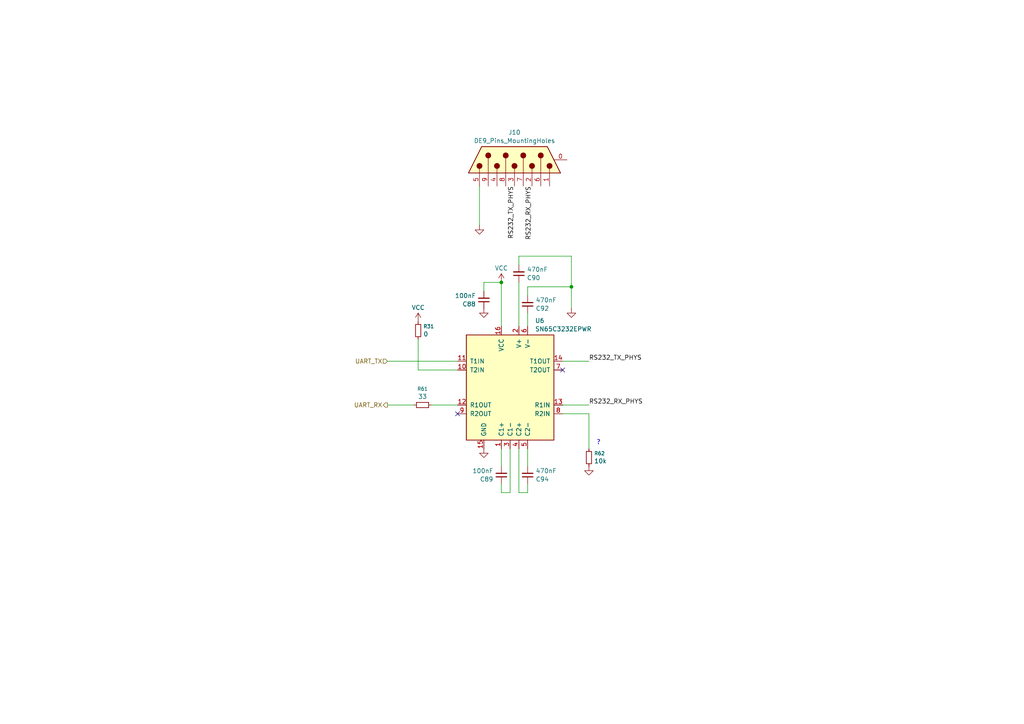
<source format=kicad_sch>
(kicad_sch (version 20250114) (generator "eeschema") (generator_version "9.0")
  (paper "A4")
  (lib_symbols
    (symbol "Connector:DE9_Pins_MountingHoles" (pin_names (offset 1.016) (hide yes))
      (property "Reference" "J" (at 0 16.51 0))
      (property "Value" "DE9_Pins_MountingHoles" (at 0 14.605 0))
      (symbol "DE9_Pins_MountingHoles_0_1"
        (polyline (pts (xy -3.81 10.16) (xy -2.54 10.16)))
        (polyline (pts (xy -3.81 7.62) (xy 0.508 7.62)))
        (polyline (pts (xy -3.81 5.08) (xy -2.54 5.08)))
        (polyline (pts (xy -3.81 2.54) (xy 0.508 2.54)))
        (polyline (pts (xy -3.81 0) (xy -2.54 0)))
        (polyline (pts (xy -3.81 -2.54) (xy 0.508 -2.54)))
        (polyline (pts (xy -3.81 -5.08) (xy -2.54 -5.08)))
        (polyline (pts (xy -3.81 -7.62) (xy 0.508 -7.62)))
        (polyline (pts (xy -3.81 -10.16) (xy -2.54 -10.16)))
        (polyline (pts (xy -3.81 -13.335) (xy -3.81 13.335) (xy 3.81 9.525) (xy 3.81 -9.525) (xy -3.81 -13.335)) (stroke (width 0.254)) (fill (type background)))
        (circle (center -1.778 10.16) (radius 0.762) (fill (type outline)))
        (circle (center -1.778 5.08) (radius 0.762) (fill (type outline)))
        (circle (center -1.778 0) (radius 0.762) (fill (type outline)))
        (circle (center -1.778 -5.08) (radius 0.762) (fill (type outline)))
        (circle (center -1.778 -10.16) (radius 0.762) (fill (type outline)))
        (circle (center 1.27 7.62) (radius 0.762) (fill (type outline)))
        (circle (center 1.27 2.54) (radius 0.762) (fill (type outline)))
        (circle (center 1.27 -2.54) (radius 0.762) (fill (type outline)))
        (circle (center 1.27 -7.62) (radius 0.762) (fill (type outline)))
      )
      (symbol "DE9_Pins_MountingHoles_1_1"
        (pin passive line (at -7.62 10.16 0) (length 3.81) (name "5") (number "5"))
        (pin passive line (at -7.62 7.62 0) (length 3.81) (name "9") (number "9"))
        (pin passive line (at -7.62 5.08 0) (length 3.81) (name "4") (number "4"))
        (pin passive line (at -7.62 2.54 0) (length 3.81) (name "8") (number "8"))
        (pin passive line (at -7.62 0 0) (length 3.81) (name "3") (number "3"))
        (pin passive line (at -7.62 -2.54 0) (length 3.81) (name "7") (number "7"))
        (pin passive line (at -7.62 -5.08 0) (length 3.81) (name "2") (number "2"))
        (pin passive line (at -7.62 -7.62 0) (length 3.81) (name "6") (number "6"))
        (pin passive line (at -7.62 -10.16 0) (length 3.81) (name "1") (number "1"))
        (pin passive line (at 0 -15.24 90) (length 3.81) (name "PAD") (number "0"))
      )
    )
    (symbol "Device:C_Small" (pin_numbers (hide yes)) (pin_names (offset 0.254) (hide yes))
      (property "Reference" "C" (at 0.254 1.778 0))
      (property "Value" "C_Small" (at 0.254 -2.032 0))
      (symbol "C_Small_0_1"
        (polyline (pts (xy -1.524 0.508) (xy 1.524 0.508)) (stroke (width 0.3048)))
        (polyline (pts (xy -1.524 -0.508) (xy 1.524 -0.508)) (stroke (width 0.3302)))
      )
      (symbol "C_Small_1_1"
        (pin passive line (at 0 2.54 270) (length 2.032) (name "~") (number "1"))
        (pin passive line (at 0 -2.54 90) (length 2.032) (name "~") (number "2"))
      )
    )
    (symbol "Device:R_Small" (pin_numbers (hide yes)) (pin_names (offset 0.254) (hide yes))
      (property "Reference" "R" (at 0 0 90))
      (property "Value" "R_Small" (at 1.778 0 90))
      (symbol "R_Small_0_1"
        (rectangle (start -0.762 1.778) (end 0.762 -1.778) (stroke (width 0.2032)))
      )
      (symbol "R_Small_1_1"
        (pin passive line (at 0 2.54 270) (length 0.762) (name "~") (number "1"))
        (pin passive line (at 0 -2.54 90) (length 0.762) (name "~") (number "2"))
      )
    )
    (symbol "ft2232h_uarts1:SN65C3232EPWR" (pin_names (offset 1.016))
      (property "Reference" "U" (at -10.16 17.78 0))
      (property "Value" "SN65C3232EPWR" (at 1.27 17.78 0))
      (symbol "SN65C3232EPWR_0_1"
        (rectangle (start -12.7 15.24) (end 12.7 -15.24) (stroke (width 0.254)) (fill (type background)))
      )
      (symbol "SN65C3232EPWR_1_1"
        (pin input line (at -15.24 7.62 0) (length 2.54) (name "T1IN") (number "11"))
        (pin input line (at -15.24 5.08 0) (length 2.54) (name "T2IN") (number "10"))
        (pin output line (at -15.24 -5.08 0) (length 2.54) (name "R1OUT") (number "12"))
        (pin output line (at -15.24 -7.62 0) (length 2.54) (name "R2OUT") (number "9"))
        (pin power_in line (at -7.62 -17.78 90) (length 2.54) (name "GND") (number "15"))
        (pin power_in line (at -2.54 17.78 270) (length 2.54) (name "VCC") (number "16"))
        (pin power_in line (at -2.54 -17.78 90) (length 2.54) (name "C1+") (number "1"))
        (pin power_in line (at 0 -17.78 90) (length 2.54) (name "C1-") (number "3"))
        (pin passive line (at 2.54 17.78 270) (length 2.54) (name "V+") (number "2"))
        (pin power_in line (at 2.54 -17.78 90) (length 2.54) (name "C2+") (number "4"))
        (pin passive line (at 5.08 17.78 270) (length 2.54) (name "V-") (number "6"))
        (pin power_in line (at 5.08 -17.78 90) (length 2.54) (name "C2-") (number "5"))
        (pin output line (at 15.24 7.62 180) (length 2.54) (name "T1OUT") (number "14"))
        (pin output line (at 15.24 5.08 180) (length 2.54) (name "T2OUT") (number "7"))
        (pin input line (at 15.24 -5.08 180) (length 2.54) (name "R1IN") (number "13"))
        (pin input line (at 15.24 -7.62 180) (length 2.54) (name "R2IN") (number "8"))
      )
    )
    (symbol "power:GND" (power) (pin_numbers (hide yes)) (pin_names (offset 0) (hide yes))
      (property "Value" "GND" (at 0 -3.81 0))
      (symbol "GND_0_1"
        (polyline (pts (xy 0 0) (xy 0 -1.27) (xy 1.27 -1.27) (xy 0 -2.54) (xy -1.27 -1.27) (xy 0 -1.27)))
      )
      (symbol "GND_1_1"
        (pin power_in line (at 0 0 270) (length 0) (name "~") (number "1"))
      )
    )
    (symbol "power:VCC" (power) (pin_numbers (hide yes)) (pin_names (offset 0) (hide yes))
      (property "Value" "VCC" (at 0 3.556 0))
      (symbol "VCC_0_1"
        (polyline (pts (xy -0.762 1.27) (xy 0 2.54)))
        (polyline (pts (xy 0 2.54) (xy 0.762 1.27)))
        (polyline (pts (xy 0 0) (xy 0 2.54)))
      )
      (symbol "VCC_1_1"
        (pin power_in line (at 0 0 90) (length 0) (name "~") (number "1"))
      )
    )
  )
  (text "?" (at 173.609 128.397 0) (effects (font (size 1.27 1.27))))
  (junction (at 165.735 83.185))
  (junction (at 145.415 81.915))
  (no_connect (at 163.195 107.315))
  (no_connect (at 132.715 120.015))
  (wire (pts (xy 132.715 107.315) (xy 121.285 107.315)))
  (wire (pts (xy 153.035 85.725) (xy 153.035 83.185)))
  (wire (pts (xy 147.955 142.875) (xy 145.415 142.875)))
  (wire (pts (xy 150.495 142.875) (xy 150.495 130.175)))
  (wire (pts (xy 125.095 117.475) (xy 132.715 117.475)))
  (wire (pts (xy 121.285 107.315) (xy 121.285 98.425)))
  (wire (pts (xy 145.415 140.335) (xy 145.415 142.875)))
  (wire (pts (xy 150.495 74.295) (xy 165.735 74.295)))
  (wire (pts (xy 165.735 83.185) (xy 165.735 89.535)))
  (wire (pts (xy 153.035 130.175) (xy 153.035 135.255)))
  (wire (pts (xy 165.735 74.295) (xy 165.735 83.185)))
  (wire (pts (xy 112.395 117.475) (xy 120.015 117.475)))
  (wire (pts (xy 153.035 140.335) (xy 153.035 142.875)))
  (wire (pts (xy 153.035 142.875) (xy 150.495 142.875)))
  (wire (pts (xy 112.395 104.775) (xy 132.715 104.775)))
  (wire (pts (xy 140.335 84.455) (xy 140.335 81.915)))
  (wire (pts (xy 153.035 90.805) (xy 153.035 94.615)))
  (wire (pts (xy 145.415 130.175) (xy 145.415 135.255)))
  (wire (pts (xy 147.955 130.175) (xy 147.955 142.875)))
  (wire (pts (xy 150.495 81.915) (xy 150.495 94.615)))
  (wire (pts (xy 170.815 120.015) (xy 170.815 130.175)))
  (wire (pts (xy 145.415 81.915) (xy 145.415 94.615)))
  (wire (pts (xy 163.195 104.775) (xy 170.815 104.775)))
  (wire (pts (xy 153.035 83.185) (xy 165.735 83.185)))
  (wire (pts (xy 163.195 120.015) (xy 170.815 120.015)))
  (wire (pts (xy 150.495 76.835) (xy 150.495 74.295)))
  (wire (pts (xy 140.335 81.915) (xy 145.415 81.915)))
  (wire (pts (xy 139.065 65.405) (xy 139.065 53.975)))
  (wire (pts (xy 163.195 117.475) (xy 170.815 117.475)))
  (label "RS232_RX_PHYS" (at 170.815 117.475 0))
  (label "RS232_TX_PHYS" (at 149.225 53.975 270))
  (label "RS232_RX_PHYS" (at 154.305 53.975 270))
  (label "RS232_TX_PHYS" (at 170.815 104.775 0))
  (hierarchical_label "UART_TX" (shape input) (at 112.395 104.775 180))
  (hierarchical_label "UART_RX" (shape output) (at 112.395 117.475 180))
  (symbol (lib_id "Device:R_Small") (at 170.815 132.715 180) (unit 1)
    (property "Reference" "R62" (at 172.3136 131.5028 0) (effects (font (size 1.016 1.016)) (justify right)))
    (property "Value" "10k" (at 172.3136 133.7227 0) (effects (justify right)))
    (property "Footprint" "Resistor_SMD:R_0603_1608Metric" (effects (hide yes)))
    (property "Description" "Resistor, small symbol" (effects (hide yes)))
  )
  (symbol (lib_id "power:GND") (at 165.735 89.535 0) (unit 1)
    (property "Reference" "#PWR0128" (effects (hide yes)))
    (property "Value" "GND" (effects (hide yes)))
    (property "Description" "Power symbol creates a global label with name \"GND\" , ground" (effects (hide yes)))
  )
  (symbol (lib_id "Device:C_Small") (at 140.335 86.995 180) (unit 1)
    (property "Reference" "C88" (at 138.0109 88.2009 0) (effects (justify left)))
    (property "Value" "100nF" (at 138.0109 85.7766 0) (effects (justify left)))
    (property "Footprint" "Capacitor_SMD:C_0603_1608Metric" (effects (hide yes)))
    (property "Description" "Unpolarized capacitor, small symbol" (effects (hide yes)))
  )
  (symbol (lib_id "power:VCC") (at 121.285 93.345 0) (unit 1)
    (property "Reference" "#PWR0102" (effects (hide yes)))
    (property "Value" "VCC" (at 121.285 89.2119 0))
    (property "Description" "Power symbol creates a global label with name \"VCC\"" (effects (hide yes)))
  )
  (symbol (lib_id "power:GND") (at 139.065 65.405 0) (unit 1)
    (property "Reference" "#PWR0129" (effects (hide yes)))
    (property "Value" "GND" (effects (hide yes)))
    (property "Description" "Power symbol creates a global label with name \"GND\" , ground" (effects (hide yes)))
  )
  (symbol (lib_id "power:VCC") (at 145.415 81.915 0) (unit 1)
    (property "Reference" "#PWR0107" (effects (hide yes)))
    (property "Value" "VCC" (at 145.415 77.7819 0))
    (property "Description" "Power symbol creates a global label with name \"VCC\"" (effects (hide yes)))
  )
  (symbol (lib_id "Device:C_Small") (at 145.415 137.795 180) (unit 1)
    (property "Reference" "C89" (at 143.0909 139.0009 0) (effects (justify left)))
    (property "Value" "100nF" (at 143.0909 136.5766 0) (effects (justify left)))
    (property "Footprint" "Capacitor_SMD:C_0603_1608Metric" (effects (hide yes)))
    (property "Description" "Unpolarized capacitor, small symbol" (effects (hide yes)))
  )
  (symbol (lib_id "ft2232h_uarts1:SN65C3232EPWR") (at 147.955 112.395 0) (unit 1)
    (property "Reference" "U6" (at 155.1783 93.0105 0) (effects (justify left)))
    (property "Value" "SN65C3232EPWR" (at 155.1783 95.4348 0) (effects (justify left)))
    (property "Footprint" "Package_SO:TSSOP-16_4.4x5mm_P0.65mm" (effects (hide yes)))
    (property "Datasheet" "https://www.ti.com/lit/ds/symlink/sn65c3232e.pdf" (effects (hide yes)))
    (property "Description" "3.0V to 5.5V Multichannel RS-232 Line Driver/Receiver, 2 Drivers, 2 Receivers, TSSOP-16" (effects (hide yes)))
    (property "Manufacturer" "Texas Instruments" (effects (hide yes)))
  )
  (symbol (lib_id "Device:C_Small") (at 153.035 88.265 0) (mirror x) (unit 1)
    (property "Reference" "C92" (at 155.3591 89.4709 0) (effects (justify left)))
    (property "Value" "470nF" (at 155.3591 87.0466 0) (effects (justify left)))
    (property "Footprint" "Capacitor_SMD:C_0603_1608Metric" (effects (hide yes)))
    (property "Description" "Unpolarized capacitor, small symbol" (effects (hide yes)))
  )
  (symbol (lib_id "Device:R_Small") (at 121.285 95.885 0) (unit 1)
    (property "Reference" "R31" (at 122.7836 94.6728 0) (effects (font (size 1.016 1.016)) (justify left)))
    (property "Value" "0" (at 122.7836 96.8927 0) (effects (justify left)))
    (property "Footprint" "Resistor_SMD:R_0603_1608Metric" (effects (hide yes)))
    (property "Description" "Resistor, small symbol" (effects (hide yes)))
  )
  (symbol (lib_id "Connector:DE9_Pins_MountingHoles") (at 149.225 46.355 90) (unit 1)
    (property "Reference" "J10" (at 149.225 38.4005 90))
    (property "Value" "DE9_Pins_MountingHoles" (at 149.225 40.8248 90))
    (property "Footprint" "Connector_Dsub:DSUB-9_Pins_Vertical_P2.77x2.84mm_MountingHoles" (effects (hide yes)))
    (property "Description" "9-pin D-SUB connector, pins (male), Mounting Hole" (effects (hide yes)))
  )
  (symbol (lib_id "power:GND") (at 140.335 89.535 0) (unit 1)
    (property "Reference" "#PWR0103" (effects (hide yes)))
    (property "Value" "GND" (effects (hide yes)))
    (property "Description" "Power symbol creates a global label with name \"GND\" , ground" (effects (hide yes)))
  )
  (symbol (lib_id "Device:R_Small") (at 122.555 117.475 90) (unit 1)
    (property "Reference" "R61" (at 122.555 112.7983 90) (effects (font (size 1.016 1.016))))
    (property "Value" "33" (at 122.555 115.0182 90))
    (property "Footprint" "Resistor_SMD:R_0603_1608Metric" (effects (hide yes)))
    (property "Description" "Resistor, small symbol" (effects (hide yes)))
  )
  (symbol (lib_id "power:GND") (at 140.335 130.175 0) (unit 1)
    (property "Reference" "#PWR0106" (effects (hide yes)))
    (property "Value" "GND" (effects (hide yes)))
    (property "Description" "Power symbol creates a global label with name \"GND\" , ground" (effects (hide yes)))
  )
  (symbol (lib_id "Device:C_Small") (at 150.495 79.375 0) (mirror x) (unit 1)
    (property "Reference" "C90" (at 152.8191 80.5809 0) (effects (justify left)))
    (property "Value" "470nF" (at 152.8191 78.1566 0) (effects (justify left)))
    (property "Footprint" "Capacitor_SMD:C_0603_1608Metric" (effects (hide yes)))
    (property "Description" "Unpolarized capacitor, small symbol" (effects (hide yes)))
  )
  (symbol (lib_id "power:GND") (at 170.815 135.255 0) (unit 1)
    (property "Reference" "#PWR0137" (effects (hide yes)))
    (property "Value" "GND" (effects (hide yes)))
    (property "Description" "Power symbol creates a global label with name \"GND\" , ground" (effects (hide yes)))
  )
  (symbol (lib_id "Device:C_Small") (at 153.035 137.795 0) (mirror x) (unit 1)
    (property "Reference" "C94" (at 155.3591 139.0009 0) (effects (justify left)))
    (property "Value" "470nF" (at 155.3591 136.5766 0) (effects (justify left)))
    (property "Footprint" "Capacitor_SMD:C_0603_1608Metric" (effects (hide yes)))
    (property "Description" "Unpolarized capacitor, small symbol" (effects (hide yes)))
  )
)
</source>
